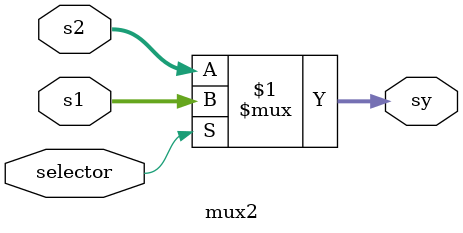
<source format=sv>

module mux2 (
	input logic [3:0] s1, s2,
	input logic selector,
	output logic [3:0] sy);

	assign sy = selector? s1:s2;

endmodule
</source>
